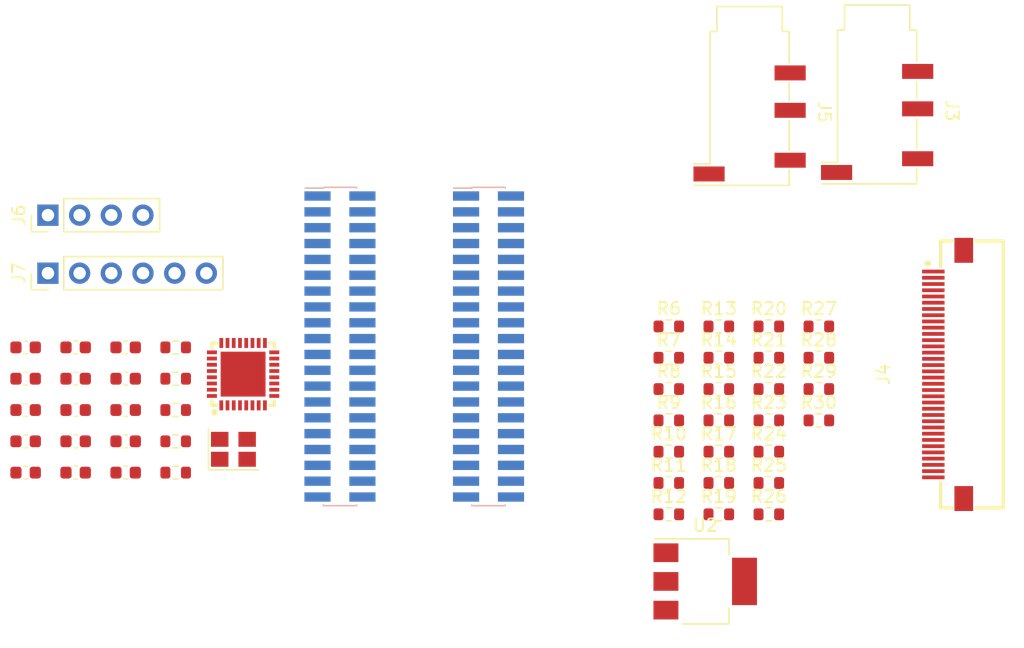
<source format=kicad_pcb>
(kicad_pcb (version 20221018) (generator pcbnew)
  (layers (0 "F.Cu" signal) (31 "B.Cu" signal) (34 "B.Paste" user) (35 "F.Paste" user) (36 "B.SilkS" user "B.Silkscreen") (37 "F.SilkS" user "F.Silkscreen") (38 "B.Mask" user) (39 "F.Mask" user) (44 "Edge.Cuts" user))
  (net 0 "")
  (net 1 "Net-(U1-VREFN)")
  (net 2 "Net-(U1-VREFP)")
  (net 3 "Net-(U1-XTAL1)")
  (net 4 "GND")
  (net 5 "Net-(U1-XTAL)")
  (net 6 "/AIN1")
  (net 7 "Net-(C4-Pad2)")
  (net 8 "/AIN2")
  (net 9 "Net-(C5-Pad2)")
  (net 10 "+1V8")
  (net 11 "Net-(U1-ELPF)")
  (net 12 "Net-(C7-Pad2)")
  (net 13 "+3V3")
  (net 14 "+5V")
  (net 15 "/EXTCLK")
  (net 16 "/PIO1_14")
  (net 17 "/PIO1_15")
  (net 18 "/PIO1_46")
  (net 19 "/PIO1_16")
  (net 20 "/PIO1_45")
  (net 21 "/PIO1_17")
  (net 22 "/PIO1_44")
  (net 23 "/PIO1_18")
  (net 24 "/PIO1_43")
  (net 25 "/PIO1_19")
  (net 26 "/PIO1_42")
  (net 27 "/PIO1_20")
  (net 28 "/PIO1_41")
  (net 29 "/PIO1_21")
  (net 30 "/PIO1_40")
  (net 31 "/PIO1_22")
  (net 32 "/PIO1_39")
  (net 33 "/PIO1_23")
  (net 34 "/PIO1_38")
  (net 35 "/PIO1_24")
  (net 36 "/PIO1_37")
  (net 37 "/PIO1_25")
  (net 38 "/PIO1_36")
  (net 39 "/PIO1_26")
  (net 40 "/PIO1_35")
  (net 41 "/PIO1_27")
  (net 42 "/PIO1_34")
  (net 43 "/PIO1_28")
  (net 44 "/PIO1_33")
  (net 45 "/PIO1_29")
  (net 46 "/PIO1_32")
  (net 47 "/PIO1_30")
  (net 48 "/PIO1_31")
  (net 49 "/PIO0_00")
  (net 50 "/PIO0_01")
  (net 51 "/PIO0_32")
  (net 52 "/PIO0_02")
  (net 53 "/PIO0_31")
  (net 54 "/PIO0_03")
  (net 55 "/PIO0_30")
  (net 56 "/PIO0_04")
  (net 57 "/PIO0_29")
  (net 58 "/PIO0_05")
  (net 59 "/PIO0_28")
  (net 60 "/PIO0_06")
  (net 61 "/PIO0_27")
  (net 62 "/PIO0_07")
  (net 63 "/PIO0_26")
  (net 64 "/PIO0_08")
  (net 65 "/PIO0_25")
  (net 66 "/PIO0_09")
  (net 67 "/PIO0_24")
  (net 68 "/PIO0_10")
  (net 69 "/PIO0_23")
  (net 70 "/PIO0_11")
  (net 71 "/PIO0_22")
  (net 72 "/PIO0_12")
  (net 73 "/PIO0_21")
  (net 74 "/PIO0_13")
  (net 75 "/PIO0_20")
  (net 76 "/PIO0_14")
  (net 77 "/PIO0_19")
  (net 78 "/PIO0_15")
  (net 79 "/PIO0_18")
  (net 80 "/PIO0_16")
  (net 81 "/PIO0_17")
  (net 82 "/RED")
  (net 83 "/GREEN")
  (net 84 "/BLUE")
  (net 85 "/Hsync")
  (net 86 "/Vsync")
  (net 87 "/HS")
  (net 88 "/SFL")
  (net 95 "/LLC")
  (net 98 "/RST")
  (net 99 "/SDATA")
  (net 100 "/SCLK")
  (net 101 "/VS")
  (net 102 "/INTRQ")
  (net 103 "Net-(J3-PadT)")
  (net 104 "Net-(J5-PadT)")
  (net 107 "Net-(R14-Pad2)")
  (net 108 "Net-(R15-Pad2)")
  (net 109 "Net-(R16-Pad2)")
  (net 110 "Net-(R17-Pad2)")
  (net 111 "Net-(R10-Pad1)")
  (net 112 "Net-(R11-Pad1)")
  (net 113 "Net-(R12-Pad1)")
  (net 114 "Net-(R13-Pad1)")
  (net 115 "Net-(R14-Pad1)")
  (net 116 "Net-(R15-Pad1)")
  (net 117 "Net-(R16-Pad1)")
  (net 118 "Net-(R17-Pad1)")
  (net 119 "Net-(R18-Pad1)")
  (net 120 "Net-(R19-Pad1)")
  (net 121 "Net-(R20-Pad1)")
  (net 122 "Net-(R21-Pad1)")
  (net 123 "Net-(R29-Pad2)")
  (net 127 "/RGB_R7")
  (net 128 "/RGB_R6")
  (net 129 "/RGB_R5")
  (net 130 "/RGB_R4")
  (net 131 "/RGB_R3")
  (net 132 "/RGB_R2")
  (net 133 "/RGB_R1")
  (net 134 "/RGB_R0")
  (net 135 "/RGB_G7")
  (net 136 "/RGB_G6")
  (net 137 "/RGB_G5")
  (net 138 "/RGB_G4")
  (net 139 "/RGB_G3")
  (net 140 "/RGB_G2")
  (net 141 "/RGB_G1")
  (net 142 "/RGB_G0")
  (net 143 "/RGB_B7")
  (net 144 "/RGB_B6")
  (net 145 "/RGB_B5")
  (net 146 "/RGB_B4")
  (net 147 "/RGB_B3")
  (net 148 "/RGB_B2")
  (net 149 "/RGB_B1")
  (net 150 "/RGB_B0")
  (net 151 "/RGB_VSYNC")
  (net 152 "/RGB_EN")
  (net 153 "/RGB_HSYNC")
  (net 154 "/RGB_CLK")
  (footprint "Crystal:Crystal_SMD_Abracon_ABM8AIG-4Pin_3.2x2.5mm" (layer "F.Cu") (at 65.86 81.61)
    (fp_text reference "Y1" hide)
    (fp_text value "28.63636MHz")
    (pad "1" smd rect (at -1.1 0.8) (size 1.4 1.2) (layers "F.Cu" "F.Paste" "F.Mask") (net 3 "Net-(U1-XTAL1)"))
    (pad "2" smd rect (at 1.1 0.8) (size 1.4 1.2) (layers "F.Cu" "F.Paste" "F.Mask") (net 4 "GND"))
    (pad "3" smd rect (at 1.1 -0.8) (size 1.4 1.2) (layers "F.Cu" "F.Paste" "F.Mask") (net 5 "Net-(U1-XTAL)"))
    (pad "4" smd rect (at -1.1 -0.8) (size 1.4 1.2) (layers "F.Cu" "F.Paste" "F.Mask") (net 4 "GND"))
  )
  (footprint "Capacitor_SMD:C_0603_1608Metric" (layer "F.Cu") (at 53.21 80.97)
    (fp_text reference "C9" hide)
    (fp_text value "10nf")
    (pad "1" smd roundrect (at -0.775 0) (size 0.9 0.95) (layers "F.Cu" "F.Paste" "F.Mask") (net 13 "+3V3"))
    (pad "2" smd roundrect (at 0.775 0) (size 0.9 0.95) (layers "F.Cu" "F.Paste" "F.Mask") (net 4 "GND"))
  )
  (footprint "Resistor_SMD:R_0603_1608Metric" (layer "F.Cu") (at 112.7924 71.762)
    (fp_text reference "R27" (at 0 -1.43) (layer "F.SilkS"))
    (fp_text value "470")
    (pad "1" smd roundrect (at -0.825 0) (size 0.8 0.95) (layers "F.Cu" "F.Paste" "F.Mask") (net 121 "Net-(R20-Pad1)"))
    (pad "2" smd roundrect (at 0.825 0) (size 0.8 0.95) (layers "F.Cu" "F.Paste" "F.Mask") (net 120 "Net-(R19-Pad1)"))
  )
  (footprint "Resistor_SMD:R_0603_1608Metric" (layer "F.Cu") (at 112.7924 74.272)
    (fp_text reference "R28" (at 0 -1.43) (layer "F.SilkS"))
    (fp_text value "470")
    (pad "1" smd roundrect (at -0.825 0) (size 0.8 0.95) (layers "F.Cu" "F.Paste" "F.Mask") (net 122 "Net-(R21-Pad1)"))
    (pad "2" smd roundrect (at 0.825 0) (size 0.8 0.95) (layers "F.Cu" "F.Paste" "F.Mask") (net 121 "Net-(R20-Pad1)"))
  )
  (footprint "Resistor_SMD:R_0603_1608Metric" (layer "F.Cu") (at 100.7624 79.292)
    (fp_text reference "R9" (at 0 -1.43) (layer "F.SilkS"))
    (fp_text value "470")
    (pad "1" smd roundrect (at -0.825 0) (size 0.8 0.95) (layers "F.Cu" "F.Paste" "F.Mask") (net 110 "Net-(R17-Pad2)"))
    (pad "2" smd roundrect (at 0.825 0) (size 0.8 0.95) (layers "F.Cu" "F.Paste" "F.Mask") (net 54 "/PIO0_03"))
  )
  (footprint "Resistor_SMD:R_0603_1608Metric" (layer "F.Cu") (at 112.7924 79.292)
    (fp_text reference "R30" (at 0 -1.43) (layer "F.SilkS"))
    (fp_text value "470")
    (pad "1" smd roundrect (at -0.825 0) (size 0.8 0.95) (layers "F.Cu" "F.Paste" "F.Mask") (net 123 "Net-(R29-Pad2)"))
    (pad "2" smd roundrect (at 0.825 0) (size 0.8 0.95) (layers "F.Cu" "F.Paste" "F.Mask") (net 4 "GND"))
  )
  (footprint "Capacitor_SMD:C_0603_1608Metric" (layer "F.Cu") (at 53.21 83.48)
    (fp_text reference "C10" hide)
    (fp_text value "0.1uf")
    (pad "1" smd roundrect (at -0.775 0) (size 0.9 0.95) (layers "F.Cu" "F.Paste" "F.Mask") (net 10 "+1V8"))
    (pad "2" smd roundrect (at 0.775 0) (size 0.9 0.95) (layers "F.Cu" "F.Paste" "F.Mask") (net 4 "GND"))
  )
  (footprint "Resistor_SMD:R_0603_1608Metric" (layer "F.Cu") (at 100.7624 74.272)
    (fp_text reference "R7" (at 0 -1.43) (layer "F.SilkS"))
    (fp_text value "470")
    (pad "1" smd roundrect (at -0.825 0) (size 0.8 0.95) (layers "F.Cu" "F.Paste" "F.Mask") (net 108 "Net-(R15-Pad2)"))
    (pad "2" smd roundrect (at 0.825 0) (size 0.8 0.95) (layers "F.Cu" "F.Paste" "F.Mask") (net 50 "/PIO0_01"))
  )
  (footprint "Capacitor_SMD:C_0603_1608Metric" (layer "F.Cu") (at 57.22 80.97)
    (fp_text reference "C14" hide)
    (fp_text value "0.1uf")
    (pad "1" smd roundrect (at -0.775 0) (size 0.9 0.95) (layers "F.Cu" "F.Paste" "F.Mask") (net 10 "+1V8"))
    (pad "2" smd roundrect (at 0.775 0) (size 0.9 0.95) (layers "F.Cu" "F.Paste" "F.Mask") (net 4 "GND"))
  )
  (footprint "Resistor_SMD:R_0603_1608Metric" (layer "F.Cu") (at 61.23 80.97)
    (fp_text reference "R4" hide)
    (fp_text value "39")
    (pad "1" smd roundrect (at -0.825 0) (size 0.8 0.95) (layers "F.Cu" "F.Paste" "F.Mask") (net 9 "Net-(C5-Pad2)"))
    (pad "2" smd roundrect (at 0.825 0) (size 0.8 0.95) (layers "F.Cu" "F.Paste" "F.Mask") (net 4 "GND"))
  )
  (footprint "Resistor_SMD:R_0603_1608Metric" (layer "F.Cu") (at 61.23 73.44)
    (fp_text reference "R1" hide)
    (fp_text value "39")
    (pad "1" smd roundrect (at -0.825 0) (size 0.8 0.95) (layers "F.Cu" "F.Paste" "F.Mask") (net 7 "Net-(C4-Pad2)"))
    (pad "2" smd roundrect (at 0.825 0) (size 0.8 0.95) (layers "F.Cu" "F.Paste" "F.Mask") (net 4 "GND"))
  )
  (footprint "Resistor_SMD:R_0603_1608Metric" (layer "F.Cu") (at 61.23 78.46)
    (fp_text reference "R3" hide)
    (fp_text value "36")
    (pad "1" smd roundrect (at -0.825 0) (size 0.8 0.95) (layers "F.Cu" "F.Paste" "F.Mask") (net 104 "Net-(J5-PadT)"))
    (pad "2" smd roundrect (at 0.825 0) (size 0.8 0.95) (layers "F.Cu" "F.Paste" "F.Mask") (net 9 "Net-(C5-Pad2)"))
  )
  (footprint "Connector_Audio:Jack_3.5mm_KoreanHropartsElec_PJ-320D-4A_Horizontal" (layer "F.Cu") (at 117.465 54.465 -90)
    (fp_text reference "J3" (at 0 -6 -90 unlocked) (layer "F.SilkS"))
    (fp_text value "AudioJack3_Ground")
    (pad "" np_thru_hole circle (at -4.75 0 270) (size 1.6 1.6) (drill 1.6) (layers "F&B.Cu" "*.Mask"))
    (pad "" np_thru_hole circle (at 2.25 0 270) (size 1.6 1.6) (drill 1.6) (layers "F&B.Cu" "*.Mask"))
    (pad "R1" smd rect (at -0.15 -3.25 270) (size 1.2 2.5) (layers "F.Cu" "F.Paste" "F.Mask"))
    (pad "R2" smd rect (at -3.15 -3.25 270) (size 1.2 2.5) (layers "F.Cu" "F.Paste" "F.Mask"))
    (pad "S" smd rect (at 4.95 3.25 270) (size 1.2 2.5) (layers "F.Cu" "F.Paste" "F.Mask"))
    (pad "T" smd rect (at 3.85 -3.25 270) (size 1.2 2.5) (layers "F.Cu" "F.Paste" "F.Mask") (net 103 "Net-(J3-PadT)"))
  )
  (footprint "Capacitor_SMD:C_0603_1608Metric" (layer "F.Cu") (at 57.22 78.46)
    (fp_text reference "C13" hide)
    (fp_text value "10nf")
    (pad "1" smd roundrect (at -0.775 0) (size 0.9 0.95) (layers "F.Cu" "F.Paste" "F.Mask") (net 10 "+1V8"))
    (pad "2" smd roundrect (at 0.775 0) (size 0.9 0.95) (layers "F.Cu" "F.Paste" "F.Mask") (net 4 "GND"))
  )
  (footprint "Capacitor_SMD:C_0603_1608Metric" (layer "F.Cu") (at 49.2 75.95)
    (fp_text reference "C2" hide)
    (fp_text value "47pf")
    (pad "1" smd roundrect (at -0.775 0) (size 0.9 0.95) (layers "F.Cu" "F.Paste" "F.Mask") (net 3 "Net-(U1-XTAL1)"))
    (pad "2" smd roundrect (at 0.775 0) (size 0.9 0.95) (layers "F.Cu" "F.Paste" "F.Mask") (net 4 "GND"))
  )
  (footprint "C459884:LFCSP-32_L5.0-W5.0-P0.50-BL-EP3.6" (layer "F.Cu") (at 66.635 75.585)
    (fp_text reference "U1" hide)
    (fp_text value "ADV7180BCP32Z-RL")
    (pad "1" smd rect (at -1.75 2.5 90) (size 0.8 0.3) (layers "F.Cu" "F.Paste" "F.Mask") (net 87 "/HS"))
    (pad "2" smd rect (at -1.25 2.5 90) (size 0.8 0.3) (layers "F.Cu" "F.Paste" "F.Mask") (net 4 "GND"))
    (pad "3" smd rect (at -0.75 2.5 90) (size 0.8 0.3) (layers "F.Cu" "F.Paste" "F.Mask") (net 13 "+3V3"))
    (pad "4" smd rect (at -0.25 2.5 90) (size 0.8 0.3) (layers "F.Cu" "F.Paste" "F.Mask") (net 88 "/SFL"))
    (pad "5" smd rect (at 0.25 2.5 90) (size 0.8 0.3) (layers "F.Cu" "F.Paste" "F.Mask"))
    (pad "6" smd rect (at 0.75 2.5 90) (size 0.8 0.3) (layers "F.Cu" "F.Paste" "F.Mask"))
    (pad "7" smd rect (at 1.25 2.5 90) (size 0.8 0.3) (layers "F.Cu" "F.Paste" "F.Mask"))
    (pad "8" smd rect (at 1.75 2.5 90) (size 0.8 0.3) (layers "F.Cu" "F.Paste" "F.Mask"))
    (pad "9" smd rect (at 2.5 1.75 180) (size 0.8 0.3) (layers "F.Cu" "F.Paste" "F.Mask"))
    (pad "10" smd rect (at 2.5 1.25 180) (size 0.8 0.3) (layers "F.Cu" "F.Paste" "F.Mask"))
    (pad "11" smd rect (at 2.5 0.75 180) (size 0.8 0.3) (layers "F.Cu" "F.Paste" "F.Mask") (net 95 "/LLC"))
    (pad "12" smd rect (at 2.5 0.25 180) (size 0.8 0.3) (layers "F.Cu" "F.Paste" "F.Mask") (net 3 "Net-(U1-XTAL1)"))
    (pad "13" smd rect (at 2.5 -0.25 180) (size 0.8 0.3) (layers "F.Cu" "F.Paste" "F.Mask") (net 5 "Net-(U1-XTAL)"))
    (pad "14" smd rect (at 2.5 -0.75 180) (size 0.8 0.3) (layers "F.Cu" "F.Paste" "F.Mask") (net 10 "+1V8"))
    (pad "15" smd rect (at 2.5 -1.25 180) (size 0.8 0.3) (layers "F.Cu" "F.Paste" "F.Mask"))
    (pad "16" smd rect (at 2.5 -1.75 180) (size 0.8 0.3) (layers "F.Cu" "F.Paste" "F.Mask"))
    (pad "17" smd rect (at 1.75 -2.5 270) (size 0.8 0.3) (layers "F.Cu" "F.Paste" "F.Mask") (net 11 "Net-(U1-ELPF)"))
    (pad "18" smd rect (at 1.25 -2.5 270) (size 0.8 0.3) (layers "F.Cu" "F.Paste" "F.Mask") (net 10 "+1V8"))
    (pad "19" smd rect (at 0.75 -2.5 270) (size 0.8 0.3) (layers "F.Cu" "F.Paste" "F.Mask"))
    (pad "20" smd rect (at 0.25 -2.5 270) (size 0.8 0.3) (layers "F.Cu" "F.Paste" "F.Mask") (net 2 "Net-(U1-VREFP)"))
    (pad "21" smd rect (at -0.25 -2.5 270) (size 0.8 0.3) (layers "F.Cu" "F.Paste" "F.Mask") (net 1 "Net-(U1-VREFN)"))
    (pad "22" smd rect (at -0.75 -2.5 270) (size 0.8 0.3) (layers "F.Cu" "F.Paste" "F.Mask") (net 10 "+1V8"))
    (pad "23" smd rect (at -1.25 -2.5 270) (size 0.8 0.3) (layers "F.Cu" "F.Paste" "F.Mask") (net 6 "/AIN1"))
    (pad "24" smd rect (at -1.75 -2.5 270) (size 0.8 0.3) (layers "F.Cu" "F.Paste" "F.Mask"))
    (pad "25" smd rect (at -2.5 -1.75) (size 0.8 0.3) (layers "F.Cu" "F.Paste" "F.Mask") (net 98 "/RST"))
    (pad "26" smd rect (at -2.5 -1.25) (size 0.8 0.3) (layers "F.Cu" "F.Paste" "F.Mask") (net 4 "GND"))
    (pad "27" smd rect (at -2.5 -0.75) (size 0.8 0.3) (layers "F.Cu" "F.Paste" "F.Mask") (net 99 "/SDATA"))
    (pad "28" smd rect (at -2.5 -0.25) (size 0.8 0.3) (layers "F.Cu" "F.Paste" "F.Mask") (net 100 "/SCLK"))
    (pad "29" smd rect (at -2.5 0.25) (size 0.8 0.3) (layers "F.Cu" "F.Paste" "F.Mask") (net 8 "/AIN2"))
    (pad "30" smd rect (at -2.5 0.75) (size 0.8 0.3) (layers "F.Cu" "F.Paste" "F.Mask") (net 10 "+1V8"))
    (pad "31" smd rect (at -2.5 1.25) (size 0.8 0.3) (layers "F.Cu" "F.Paste" "F.Mask") (net 101 "/VS"))
    (pad "32" smd rect (at -2.5 1.75) (size 0.8 0.3) (layers "F.Cu" "F.Paste" "F.Mask") (net 102 "/INTRQ"))
    (pad "33" smd rect (at 0 0 90) (size 3.6 3.6) (layers "F.Cu" "F.Paste" "F.Mask") (net 4 "GND"))
  )
  (footprint "Resistor_SMD:R_0603_1608Metric" (layer "F.Cu") (at 108.7824 86.822)
    (fp_text reference "R26" (at 0 -1.43) (layer "F.SilkS"))
    (fp_text value "470")
    (pad "1" smd roundrect (at -0.825 0) (size 0.8 0.95) (layers "F.Cu" "F.Paste" "F.Mask") (net 120 "Net-(R19-Pad1)"))
    (pad "2" smd roundrect (at 0.825 0) (size 0.8 0.95) (layers "F.Cu" "F.Paste" "F.Mask") (net 119 "Net-(R18-Pad1)"))
  )
  (footprint "Resistor_SMD:R_0603_1608Metric" (layer "F.Cu") (at 100.7624 71.762)
    (fp_text reference "R6" (at 0 -1.43) (layer "F.SilkS"))
    (fp_text value "470")
    (pad "1" smd roundrect (at -0.825 0) (size 0.8 0.95) (layers "F.Cu" "F.Paste" "F.Mask") (net 107 "Net-(R14-Pad2)"))
    (pad "2" smd roundrect (at 0.825 0) (size 0.8 0.95) (layers "F.Cu" "F.Paste" "F.Mask") (net 49 "/PIO0_00"))
  )
  (footprint "Resistor_SMD:R_0603_1608Metric" (layer "F.Cu") (at 108.7824 74.272)
    (fp_text reference "R21" (at 0 -1.43) (layer "F.SilkS"))
    (fp_text value "470")
    (pad "1" smd roundrect (at -0.825 0) (size 0.8 0.95) (layers "F.Cu" "F.Paste" "F.Mask") (net 122 "Net-(R21-Pad1)"))
    (pad "2" smd roundrect (at 0.825 0) (size 0.8 0.95) (layers "F.Cu" "F.Paste" "F.Mask") (net 114 "Net-(R13-Pad1)"))
  )
  (footprint "Resistor_SMD:R_0603_1608Metric" (layer "F.Cu") (at 108.7824 71.762)
    (fp_text reference "R20" (at 0 -1.43) (layer "F.SilkS"))
    (fp_text value "470")
    (pad "1" smd roundrect (at -0.825 0) (size 0.8 0.95) (layers "F.Cu" "F.Paste" "F.Mask") (net 121 "Net-(R20-Pad1)"))
    (pad "2" smd roundrect (at 0.825 0) (size 0.8 0.95) (layers "F.Cu" "F.Paste" "F.Mask") (net 113 "Net-(R12-Pad1)"))
  )
  (footprint "Resistor_SMD:R_0603_1608Metric" (layer "F.Cu") (at 104.7724 86.822)
    (fp_text reference "R19" (at 0 -1.43) (layer "F.SilkS"))
    (fp_text value "470")
    (pad "1" smd roundrect (at -0.825 0) (size 0.8 0.95) (layers "F.Cu" "F.Paste" "F.Mask") (net 120 "Net-(R19-Pad1)"))
    (pad "2" smd roundrect (at 0.825 0) (size 0.8 0.95) (layers "F.Cu" "F.Paste" "F.Mask") (net 112 "Net-(R11-Pad1)"))
  )
  (footprint "Resistor_SMD:R_0603_1608Metric" (layer "F.Cu") (at 104.7724 76.782)
    (fp_text reference "R15" (at 0 -1.43) (layer "F.SilkS"))
    (fp_text value "470")
    (pad "1" smd roundrect (at -0.825 0) (size 0.8 0.95) (layers "F.Cu" "F.Paste" "F.Mask") (net 116 "Net-(R15-Pad1)"))
    (pad "2" smd roundrect (at 0.825 0) (size 0.8 0.95) (layers "F.Cu" "F.Paste" "F.Mask") (net 108 "Net-(R15-Pad2)"))
  )
  (footprint "Connector_PinHeader_2.54mm:PinHeader_1x04_P2.54mm_Vertical" (layer "F.Cu") (at 50.989999 62.84 90)
    (fp_text reference "J6" (at 0 -2.33 90) (layer "F.SilkS"))
    (fp_text value "Conn_01x04")
    (pad "1" thru_hole rect (at 0 0 90) (size 1.7 1.7) (drill 1) (layers "*.Cu" "*.Mask") (net 100 "/SCLK"))
    (pad "2" thru_hole oval (at 0 2.54 90) (size 1.7 1.7) (drill 1) (layers "*.Cu" "*.Mask") (net 99 "/SDATA"))
    (pad "3" thru_hole oval (at 0 5.08 90) (size 1.7 1.7) (drill 1) (layers "*.Cu" "*.Mask") (net 98 "/RST"))
    (pad "4" thru_hole oval (at 0 7.62 90) (size 1.7 1.7) (drill 1) (layers "*.Cu" "*.Mask") (net 4 "GND"))
  )
  (footprint "Resistor_SMD:R_0603_1608Metric" (layer "F.Cu") (at 104.7724 84.312)
    (fp_text reference "R18" (at 0 -1.43) (layer "F.SilkS"))
    (fp_text value "470")
    (pad "1" smd roundrect (at -0.825 0) (size 0.8 0.95) (layers "F.Cu" "F.Paste" "F.Mask") (net 119 "Net-(R18-Pad1)"))
    (pad "2" smd roundrect (at 0.825 0) (size 0.8 0.95) (layers "F.Cu" "F.Paste" "F.Mask") (net 111 "Net-(R10-Pad1)"))
  )
  (footprint "Package_TO_SOT_SMD:SOT-223-3_TabPin2" (layer "F.Cu") (at 103.6824 92.202)
    (fp_text reference "U2" (at 0 -4.5) (layer "F.SilkS"))
    (fp_text value "AMS1117-1.8")
    (pad "1" smd rect (at -3.15 -2.3) (size 2 1.5) (layers "F.Cu" "F.Paste" "F.Mask"))
    (pad "2" smd rect (at -3.15 0) (size 2 1.5) (layers "F.Cu" "F.Paste" "F.Mask"))
    (pad "2" smd rect (at 3.15 0) (size 2 3.8) (layers "F.Cu" "F.Paste" "F.Mask"))
    (pad "3" smd rect (at -3.15 2.3) (size 2 1.5) (layers "F.Cu" "F.Paste" "F.Mask"))
  )
  (footprint "Resistor_SMD:R_0603_1608Metric" (layer "F.Cu") (at 100.7624 81.802)
    (fp_text reference "R10" (at 0 -1.43) (layer "F.SilkS"))
    (fp_text value "470")
    (pad "1" smd roundrect (at -0.825 0) (size 0.8 0.95) (layers "F.Cu" "F.Paste" "F.Mask") (net 111 "Net-(R10-Pad1)"))
    (pad "2" smd roundrect (at 0.825 0) (size 0.8 0.95) (layers "F.Cu" "F.Paste" "F.Mask") (net 56 "/PIO0_04"))
  )
  (footprint "Capacitor_SMD:C_0603_1608Metric" (layer "F.Cu") (at 49.2 73.44)
    (fp_text reference "C1" hide)
    (fp_text value "0.1uf")
    (pad "1" smd roundrect (at -0.775 0) (size 0.9 0.95) (layers "F.Cu" "F.Paste" "F.Mask") (net 1 "Net-(U1-VREFN)"))
    (pad "2" smd roundrect (at 0.775 0) (size 0.9 0.95) (layers "F.Cu" "F.Paste" "F.Mask") (net 2 "Net-(U1-VREFP)"))
  )
  (footprint "Resistor_SMD:R_0603_1608Metric" (layer "F.Cu") (at 104.7724 71.762)
    (fp_text reference "R13" (at 0 -1.43) (layer "F.SilkS"))
    (fp_text value "470")
    (pad "1" smd roundrect (at -0.825 0) (size 0.8 0.95) (layers "F.Cu" "F.Paste" "F.Mask") (net 114 "Net-(R13-Pad1)"))
    (pad "2" smd roundrect (at 0.825 0) (size 0.8 0.95) (layers "F.Cu" "F.Paste" "F.Mask") (net 62 "/PIO0_07"))
  )
  (footprint "Capacitor_SMD:C_0603_1608Metric" (layer "F.Cu") (at 49.2 78.46)
    (fp_text reference "C3" hide)
    (fp_text value "47pf")
    (pad "1" smd roundrect (at -0.775 0) (size 0.9 0.95) (layers "F.Cu" "F.Paste" "F.Mask") (net 5 "Net-(U1-XTAL)"))
    (pad "2" smd roundrect (at 0.775 0) (size 0.9 0.95) (layers "F.Cu" "F.Paste" "F.Mask") (net 4 "GND"))
  )
  (footprint "Resistor_SMD:R_0603_1608Metric" (layer "F.Cu") (at 100.7624 76.782)
    (fp_text reference "R8" (at 0 -1.43) (layer "F.SilkS"))
    (fp_text value "470")
    (pad "1" smd roundrect (at -0.825 0) (size 0.8 0.95) (layers "F.Cu" "F.Paste" "F.Mask") (net 109 "Net-(R16-Pad2)"))
    (pad "2" smd roundrect (at 0.825 0) (size 0.8 0.95) (layers "F.Cu" "F.Paste" "F.Mask") (net 52 "/PIO0_02"))
  )
  (footprint "Resistor_SMD:R_0603_1608Metric" (layer "F.Cu") (at 108.7824 76.782)
    (fp_text reference "R22" (at 0 -1.43) (layer "F.SilkS"))
    (fp_text value "470")
    (pad "1" smd roundrect (at -0.825 0) (size 0.8 0.95) (layers "F.Cu" "F.Paste" "F.Mask") (net 116 "Net-(R15-Pad1)"))
    (pad "2" smd roundrect (at 0.825 0) (size 0.8 0.95) (layers "F.Cu" "F.Paste" "F.Mask") (net 115 "Net-(R14-Pad1)"))
  )
  (footprint "Resistor_SMD:R_0603_1608Metric" (layer "F.Cu") (at 61.23 75.95)
    (fp_text reference "R2" hide)
    (fp_text value "36")
    (pad "1" smd roundrect (at -0.825 0) (size 0.8 0.95) (layers "F.Cu" "F.Paste" "F.Mask") (net 103 "Net-(J3-PadT)"))
    (pad "2" smd roundrect (at 0.825 0) (size 0.8 0.95) (layers "F.Cu" "F.Paste" "F.Mask") (net 7 "Net-(C4-Pad2)"))
  )
  (footprint "Connector_Audio:Jack_3.5mm_KoreanHropartsElec_PJ-320D-4A_Horizontal" (layer "F.Cu") (at 107.24 54.584999 -90)
    (fp_text reference "J5" (at 0 -6 -90 unlocked) (layer "F.SilkS"))
    (fp_text value "AudioJack3_Ground")
    (pad "" np_thru_hole circle (at -4.75 0 270) (size 1.6 1.6) (drill 1.6) (layers "F&B.Cu" "*.Mask"))
    (pad "" np_thru_hole circle (at 2.25 0 270) (size 1.6 1.6) (drill 1.6) (layers "F&B.Cu" "*.Mask"))
    (pad "R1" smd rect (at -0.15 -3.25 270) (size 1.2 2.5) (layers "F.Cu" "F.Paste" "F.Mask"))
    (pad "R2" smd rect (at -3.15 -3.25 270) (size 1.2 2.5) (layers "F.Cu" "F.Paste" "F.Mask"))
    (pad "S" smd rect (at 4.95 3.25 270) (size 1.2 2.5) (layers "F.Cu" "F.Paste" "F.Mask"))
    (pad "T" smd rect (at 3.85 -3.25 270) (size 1.2 2.5) (layers "F.Cu" "F.Paste" "F.Mask") (net 104 "Net-(J5-PadT)"))
  )
  (footprint "Resistor_SMD:R_0603_1608Metric" (layer "F.Cu") (at 108.7824 84.312)
    (fp_text reference "R25" (at 0 -1.43) (layer "F.SilkS"))
    (fp_text value "470")
    (pad "1" smd roundrect (at -0.825 0) (size 0.8 0.95) (layers "F.Cu" "F.Paste" "F.Mask") (net 119 "Net-(R18-Pad1)"))
    (pad "2" smd roundrect (at 0.825 0) (size 0.8 0.95) (layers "F.Cu" "F.Paste" "F.Mask") (net 118 "Net-(R17-Pad1)"))
  )
  (footprint "C2797218:FPC-SMD_KH-FG0.5-H2.0-34PIN" (layer "F.Cu") (at 123.1892 75.609 90)
    (fp_text reference "J4" (at 0 -5.22 90) (layer "F.SilkS"))
    (fp_text value "Conn_01x34")
    (pad "1" smd rect (at 8.25 -1.22 270) (size 0.3 1.8) (layers "F.Cu" "F.Paste" "F.Mask") (net 4 "GND"))
    (pad "2" smd rect (at 7.75 -1.22 270) (size 0.3 1.8) (layers "F.Cu" "F.Paste" "F.Mask") (net 154 "/RGB_CLK"))
    (pad "3" smd rect (at 7.25 -1.22 270) (size 0.3 1.8) (layers "F.Cu" "F.Paste" "F.Mask") (net 153 "/RGB_HSYNC"))
    (pad "4" smd rect (at 6.75 -1.22 270) (size 0.3 1.8) (layers "F.Cu" "F.Paste" "F.Mask") (net 152 "/RGB_EN"))
    (pad "5" smd rect (at 6.25 -1.22 270) (size 0.3 1.8) (layers "F.Cu" "F.Paste" "F.Mask") (net 151 "/RGB_VSYNC"))
    (pad "6" smd rect (at 5.75 -1.22 270) (size 0.3 1.8) (layers "F.Cu" "F.Paste" "F.Mask") (net 150 "/RGB_B0"))
    (pad "7" smd rect (at 5.25 -1.22 270) (size 0.3 1.8) (layers "F.Cu" "F.Paste" "F.Mask") (net 149 "/RGB_B1"))
    (pad "8" smd rect (at 4.75 -1.22 270) (size 0.3 1.8) (layers "F.Cu" "F.Paste" "F.Mask") (net 148 "/RGB_B2"))
    (pad "9" smd rect (at 4.25 -1.22 270) (size 0.3 1.8) (layers "F.Cu" "F.Paste" "F.Mask") (net 147 "/RGB_B3"))
    (pad "10" smd rect (at 3.75 -1.22 270) (size 0.3 1.8) (layers "F.Cu" "F.Paste" "F.Mask") (net 146 "/RGB_B4"))
    (pad "11" smd rect (at 3.25 -1.22 270) (size 0.3 1.8) (layers "F.Cu" "F.Paste" "F.Mask") (net 145 "/RGB_B5"))
    (pad "12" smd rect (at 2.75 -1.22 270) (size 0.3 1.8) (layers "F.Cu" "F.Paste" "F.Mask") (net 144 "/RGB_B6"))
    (pad "13" smd rect (at 2.25 -1.22 270) (size 0.3 1.8) (layers "F.Cu" "F.Paste" "F.Mask") (net 143 "/RGB_B7"))
    (pad "14" smd rect (at 1.75 -1.22 270) (size 0.3 1.8) (layers "F.Cu" "F.Paste" "F.Mask") (net 142 "/RGB_G0"))
    (pad "15" smd rect (at 1.25 -1.22 270) (size 0.3 1.8) (layers "F.Cu" "F.Paste" "F.Mask") (net 141 "/RGB_G1"))
    (pad "16" smd rect (at 0.75 -1.22 270) (size 0.3 1.8) (layers "F.Cu" "F.Paste" "F.Mask") (net 140 "/RGB_G2"))
    (pad "17" smd rect (at 0.25 -1.22 270) (size 0.3 1.8) (layers "F.Cu" "F.Paste" "F.Mask") (net 139 "/RGB_G3"))
    (pad "18" smd rect (at -0.25 -1.22 270) (size 0.3 1.8) (layers "F.Cu" "F.Paste" "F.Mask") (net 138 "/RGB_G4"))
    (pad "19" smd rect (at -0.75 -1.22 270) (size 0.3 1.8) (layers "F.Cu" "F.Paste" "F.Mask") (net 137 "/RGB_G5"))
    (pad "20" smd rect (at -1.25 -1.22 270) (size 0.3 1.8) (layers "F.Cu" "F.Paste" "F.Mask") (net 136 "/RGB_G6"))
    (pad "21" smd rect (at -1.75 -1.22 270) (size 0.3 1.8) (layers "F.Cu" "F.Paste" "F.Mask") (net 135 "/RGB_G7"))
    (pad "22" smd rect (at -2.25 -1.22 270) (size 0.3 1.8) (layers "F.Cu" "F.Paste" "F.Mask") (net 134 "/RGB_R0"))
    (pad "23" smd rect (at -2.75 -1.22 270) (size 0.3 1.8) (layers "F.Cu" "F.Paste" "F.Mask") (net 133 "/RGB_R1"))
    (pad "24" smd rect (at -3.25 -1.22 270) (size 0.3 1.8) (layers "F.Cu" "F.Paste" "F.Mask") (net 132 "/RGB_R2"))
    (pad "25" smd rect (at -3.75 -1.22 270) (size 0.3 1.8) (layers "F.Cu" "F.Paste" "F.Mask") (net 131 "/RGB_R3"))
    (pad "26" smd rect (at -4.25 -1.22 270) (size 0.3 1.8) (layers "F.Cu" "F.Paste" "F.Mask") (net 130 "/RGB_R4"))
    (pad "27" smd rect (at -4.75 -1.22 270) (size 0.3 1.8) (layers "F.Cu" "F.Paste" "F.Mask") (net 129 "/RGB_R5"))
    (pad "28" smd rect (at -5.25 -1.22 270) (size 0.3 1.8) (layers "F.Cu" "F.Paste" "F.Mask") (net 128 "/RGB_R6"))
    (pad "29" smd rect (at -5.75 -1.22 270) (size 0.3 1.8) (layers "F.Cu" "F.Paste" "F.Mask") (net 127 "/RGB_R7"))
    (pad "30" smd rect (at -6.25 -1.22 270) (size 0.3 1.8) (layers "F.Cu" "F.Paste" "F.Mask") (net 4 "GND"))
    (pad "31" smd rect (at -6.75 -1.22 270) (size 0.3 1.8) (layers "F.Cu" "F.Paste" "F.Mask") (net 14 "+5V"))
    (pad "32" smd rect (at -7.25 -1.22 270) (size 0.3 1.8) (layers "F.Cu" "F.Paste" "F.Mask") (net 14 "+5V"))
    (pad "33" smd rect (at -7.75 -1.22 270) (size 0.3 1.8) (layers "F.Cu" "F.Paste" "F.Mask") (net 14 "+5V"))
    (pad "34" smd rect (at -8.25 -1.22 270) (size 0.3 1.8) (layers "F.Cu" "F.Paste" "F.Mask") (net 14 "+5V"))
    (pad "35" smd rect (at -9.95 1.22 270) (size 2 1.5) (layers "F.Cu" "F.Paste" "F.Mask"))
    (pad "36" smd rect (at 9.95 1.22 270) (size 2 1.5) (layers "F.Cu" "F.Paste" "F.Mask"))
  )
  (footprint "Capacitor_SMD:C_0603_1608Metric" (layer "F.Cu") (at 53.21 73.44)
    (fp_text reference "C6" hide)
    (fp_text value "10nf")
    (pad "1" smd roundrect (at -0.775 0) (size 0.9 0.95) (layers "F.Cu" "F.Paste" "F.Mask") (net 10 "+1V8"))
    (pad "2" smd roundrect (at 0.775 0) (size 0.9 0.95) (layers "F.Cu" "F.Paste" "F.Mask") (net 11 "Net-(U1-ELPF)"))
  )
  (footprint "Resistor_SMD:R_0603_1608Metric" (layer "F.Cu") (at 100.7624 84.312)
    (fp_text reference "R11" (at 0 -1.43) (layer "F.SilkS"))
    (fp_text value "470")
    (pad "1" smd roundrect (at -0.825 0) (size 0.8 0.95) (layers "F.Cu" "F.Paste" "F.Mask") (net 112 "Net-(R11-Pad1)"))
    (pad "2" smd roundrect (at 0.825 0) (size 0.8 0.95) (layers "F.Cu" "F.Paste" "F.Mask") (net 58 "/PIO0_05"))
  )
  (footprint "Connector_PinHeader_2.54mm:PinHeader_1x06_P2.54mm_Vertical" (layer "F.Cu") (at 50.99 67.49 90)
    (fp_text reference "J7" (at 0 -2.33 90) (layer "F.SilkS"))
    (fp_text value "Conn_01x06")
    (pad "1" thru_hole rect (at 0 0 90) (size 1.7 1.7) (drill 1) (layers "*.Cu" "*.Mask") (net 84 "/BLUE"))
    (pad "2" thru_hole oval (at 0 2.54 90) (size 1.7 1.7) (drill 1) (layers "*.Cu" "*.Mask") (net 83 "/GREEN"))
    (pad "3" thru_hole oval (at 0 5.08 90) (size 1.7 1.7) (drill 1) (layers "*.Cu" "*.Mask") (net 82 "/RED"))
    (pad "4" thru_hole oval (at 0 7.62 90) (size 1.7 1.7) (drill 1) (layers "*.Cu" "*.Mask") (net 86 "/Vsync"))
    (pad "5" thru_hole oval (at 0 10.16 90) (size 1.7 1.7) (drill 1) (layers "*.Cu" "*.Mask") (net 85 "/Hsync"))
    (pad "6" thru_hole oval (at 0 12.7 90) (size 1.7 1.7) (drill 1) (layers "*.Cu" "*.Mask") (net 4 "GND"))
  )
  (footprint "Capacitor_SMD:C_0603_1608Metric" (layer "F.Cu") (at 49.2 80.97)
    (fp_text reference "C4" hide)
    (fp_text value "0.1uf")
    (pad "1" smd roundrect (at -0.775 0) (size 0.9 0.95) (layers "F.Cu" "F.Paste" "F.Mask") (net 6 "/AIN1"))
    (pad "2" smd roundrect (at 0.775 0) (size 0.9 0.95) (layers "F.Cu" "F.Paste" "F.Mask") (net 7 "Net-(C4-Pad2)"))
  )
  (footprint "Capacitor_SMD:C_0603_1608Metric" (layer "F.Cu") (at 49.2 83.48)
    (fp_text reference "C5" hide)
    (fp_text value "0.1uf")
    (pad "1" smd roundrect (at -0.775 0) (size 0.9 0.95) (layers "F.Cu" "F.Paste" "F.Mask") (net 8 "/AIN2"))
    (pad "2" smd roundrect (at 0.775 0) (size 0.9 0.95) (layers "F.Cu" "F.Paste" "F.Mask") (net 9 "Net-(C5-Pad2)"))
  )
  (footprint "Resistor_SMD:R_0603_1608Metric" (layer "F.Cu") (at 112.7924 76.782)
    (fp_text reference "R29" (at 0 -1.43) (layer "F.SilkS"))
    (fp_text value "470")
    (pad "1" smd roundrect (at -0.825 0) (size 0.8 0.95) (layers "F.Cu" "F.Paste" "F.Mask") (net 115 "Net-(R14-Pad1)"))
    (pad "2" smd roundrect (at 0.825 0) (size 0.8 0.95) (layers "F.Cu" "F.Paste" "F.Mask") (net 123 "Net-(R29-Pad2)"))
  )
  (footprint "Resistor_SMD:R_0603_1608Metric" (layer "F.Cu") (at 104.7724 74.272)
    (fp_text reference "R14" (at 0 -1.43) (layer "F.SilkS"))
    (fp_text value "470")
    (pad "1" smd roundrect (at -0.825 0) (size 0.8 0.95) (layers "F.Cu" "F.Paste" "F.Mask") (net 115 "Net-(R14-Pad1)"))
    (pad "2" smd roundrect (at 0.825 0) (size 0.8 0.95) (layers "F.Cu" "F.Paste" "F.Mask") (net 107 "Net-(R14-Pad2)"))
  )
  (footprint "Capacitor_SMD:C_0603_1608Metric" (layer "F.Cu") (at 57.22 83.48)
    (fp_text reference "C15" hide)
    (fp_text value "10nf")
    (pad "1" smd roundrect (at -0.775 0) (size 0.9 0.95) (layers "F.Cu" "F.Paste" "F.Mask") (net 10 "+1V8"))
    (pad "2" smd roundrect (at 0.775 0) (size 0.9 0.95) (layers "F.Cu" "F.Paste" "F.Mask") (net 4 "GND"))
  )
  (footprint "Capacitor_SMD:C_0603_1608Metric" (layer "F.Cu") (at 57.22 75.95)
    (fp_text reference "C12" hide)
    (fp_text value "0.1uf")
    (pad "1" smd roundrect (at -0.775 0) (size 0.9 0.95) (layers "F.Cu" "F.Paste" "F.Mask") (net 10 "+1V8"))
    (pad "2" smd roundrect (at 0.775 0) (size 0.9 0.95) (layers "F.Cu" "F.Paste" "F.Mask") (net 4 "GND"))
  )
  (footprint "Capacitor_SMD:C_0603_1608Metric" (layer "F.Cu") (at 57.22 73.44)
    (fp_text reference "C11" hide)
    (fp_text value "10nf")
    (pad "1" smd roundrect (at -0.775 0) (size 0.9 0.95) (layers "F.Cu" "F.Paste" "F.Mask") (net 10 "+1V8"))
    (pad "2" smd roundrect (at 0.775 0) (size 0.9 0.95) (layers "F.Cu" "F.Paste" "F.Mask") (net 4 "GND"))
  )
  (footprint "Capacitor_SMD:C_0603_1608Metric" (layer "F.Cu") (at 53.21 75.95)
    (fp_text reference "C7" hide)
    (fp_text value "82nf")
    (pad "1" smd roundrect (at -0.775 0) (size 0.9 0.95) (layers "F.Cu" "F.Paste" "F.Mask") (net 10 "+1V8"))
    (pad "2" smd roundrect (at 0.775 0) (size 0.9 0.95) (layers "F.Cu" "F.Paste" "F.Mask") (net 12 "Net-(C7-Pad2)"))
  )
  (footprint "Capacitor_SMD:C_0603_1608Metric" (layer "F.Cu") (at 53.21 78.46)
    (fp_text reference "C8" hide)
    (fp_text value "0.1uf")
    (pad "1" smd roundrect (at -0.775 0) (size 0.9 0.95) (layers "F.Cu" "F.Paste" "F.Mask") (net 13 "+3V3"))
    (pad "2" smd roundrect (at 0.775 0) (size 0.9 0.95) (layers "F.Cu" "F.Paste" "F.Mask") (net 4 "GND"))
  )
  (footprint "Resistor_SMD:R_0603_1608Metric" (layer "F.Cu") (at 100.7624 86.822)
    (fp_text reference "R12" (at 0 -1.43) (layer "F.SilkS"))
    (fp_text value "470")
    (pad "1" smd roundrect (at -0.825 0) (size 0.8 0.95) (layers "F.Cu" "F.Paste" "F.Mask") (net 113 "Net-(R12-Pad1)"))
    (pad "2" smd roundrect (at 0.825 0) (size 0.8 0.95) (layers "F.Cu" "F.Paste" "F.Mask") (net 60 "/PIO0_06"))
  )
  (footprint "Resistor_SMD:R_0603_1608Metric" (layer "F.Cu") (at 104.7724 79.292)
    (fp_text reference "R16" (at 0 -1.43) (layer "F.SilkS"))
    (fp_text value "470")
    (pad "1" smd roundrect (at -0.825 0) (size 0.8 0.95) (layers "F.Cu" "F.Paste" "F.Mask") (net 117 "Net-(R16-Pad1)"))
    (pad "2" smd roundrect (at 0.825 0) (size 0.8 0.95) (layers "F.Cu" "F.Paste" "F.Mask") (net 109 "Net-(R16-Pad2)"))
  )
  (footprint "Resistor_SMD:R_0603_1608Metric" (layer "F.Cu") (at 108.7824 81.802)
    (fp_text reference "R24" (at 0 -1.43) (layer "F.SilkS"))
    (fp_text value "470")
    (pad "1" smd roundrect (at -0.825 0) (size 0.8 0.95) (layers "F.Cu" "F.Paste" "F.Mask") (net 118 "Net-(R17-Pad1)"))
    (pad "2" smd roundrect (at 0.825 0) (size 0.8 0.95) (layers "F.Cu" "F.Paste" "F.Mask") (net 117 "Net-(R16-Pad1)"))
  )
  (footprint "Resistor_SMD:R_0603_1608Metric" (layer "F.Cu") (at 104.7724 81.802)
    (fp_text reference "R17" (at 0 -1.43) (layer "F.SilkS"))
    (fp_text value "470")
    (pad "1" smd roundrect (at -0.825 0) (size 0.8 0.95) (layers "F.Cu" "F.Paste" "F.Mask") (net 118 "Net-(R17-Pad1)"))
    (pad "2" smd roundrect (at 0.825 0) (size 0.8 0.95) (layers "F.Cu" "F.Paste" "F.Mask") (net 110 "Net-(R17-Pad2)"))
  )
  (footprint "Resistor_SMD:R_0603_1608Metric" (layer "F.Cu") (at 61.23 83.48)
    (fp_text reference "R5" hide)
    (fp_text value "1.69k")
    (pad "1" smd roundrect (at -0.825 0) (size 0.8 0.95) (layers "F.Cu" "F.Paste" "F.Mask") (net 11 "Net-(U1-ELPF)"))
    (pad "2" smd roundrect (at 0.825 0) (size 0.8 0.95) (layers "F.Cu" "F.Paste" "F.Mask") (net 12 "Net-(C7-Pad2)"))
  )
  (footprint "Resistor_SMD:R_0603_1608Metric" (layer "F.Cu") (at 108.7824 79.292)
    (fp_text reference "R23" (at 0 -1.43) (layer "F.SilkS"))
    (fp_text value "470")
    (pad "1" smd roundrect (at -0.825 0) (size 0.8 0.95) (layers "F.Cu" "F.Paste" "F.Mask") (net 117 "Net-(R16-Pad1)"))
    (pad "2" smd roundrect (at 0.825 0) (size 0.8 0.95) (layers "F.Cu" "F.Paste" "F.Mask") (net 116 "Net-(R15-Pad1)"))
  )
  (footprint "Connector_PinSocket_1.27mm:PinSocket_2x20_P1.27mm_Vertical_SMD" (layer "B.Cu") (at 86.31 73.37 180)
    (fp_text reference "J2" hide)
    (fp_text value "EXT1")
    (pad "1" smd rect (at 1.8 12.065 180) (size 2.1 0.75) (layers "B.Cu" "B.Paste" "B.Mask") (net 14 "+5V"))
    (pad "2" smd rect (at -1.8 12.065 180) (size 2.1 0.75) (layers "B.Cu" "B.Paste" "B.Mask") (net 4 "GND"))
    (pad "3" smd rect (at 1.8 10.795 180) (size 2.1 0.75) (layers "B.Cu" "B.Paste" "B.Mask") (net 13 "+3V3"))
    (pad "4" smd rect (at -1.8 10.795 180) (size 2.1 0.75) (layers "B.Cu" "B.Paste" "B.Mask") (net 4 "GND"))
    (pad "5" smd rect (at 1.8 9.525 180) (size 2.1 0.75) (layers "B.Cu" "B.Paste" "B.Mask") (net 13 "+3V3"))
    (pad "6" smd rect (at -1.8 9.525 180) (size 2.1 0.75) (layers "B.Cu" "B.Paste" "B.Mask") (net 15 "/EXTCLK"))
    (pad "7" smd rect (at 1.8 8.255 180) (size 2.1 0.75) (layers "B.Cu" "B.Paste" "B.Mask") (net 49 "/PIO0_00"))
    (pad "8" smd rect (at -1.8 8.255 180) (size 2.1 0.75) (layers "B.Cu" "B.Paste" "B.Mask") (net 4 "GND"))
    (pad "9" smd rect (at 1.8 6.985 180) (size 2.1 0.75) (layers "B.Cu" "B.Paste" "B.Mask") (net 50 "/PIO0_01"))
    (pad "10" smd rect (at -1.8 6.985 180) (size 2.1 0.75) (layers "B.Cu" "B.Paste" "B.Mask") (net 51 "/PIO0_32"))
    (pad "11" smd rect (at 1.8 5.715 180) (size 2.1 0.75) (layers "B.Cu" "B.Paste" "B.Mask") (net 52 "/PIO0_02"))
    (pad "12" smd rect (at -1.8 5.715 180) (size 2.1 0.75) (layers "B.Cu" "B.Paste" "B.Mask") (net 53 "/PIO0_31"))
    (pad "13" smd rect (at 1.8 4.445 180) (size 2.1 0.75) (layers "B.Cu" "B.Paste" "B.Mask") (net 54 "/PIO0_03"))
    (pad "14" smd rect (at -1.8 4.445 180) (size 2.1 0.75) (layers "B.Cu" "B.Paste" "B.Mask") (net 55 "/PIO0_30"))
    (pad "15" smd rect (at 1.8 3.175 180) (size 2.1 0.75) (layers "B.Cu" "B.Paste" "B.Mask") (net 56 "/PIO0_04"))
    (pad "16" smd rect (at -1.8 3.175 180) (size 2.1 0.75) (layers "B.Cu" "B.Paste" "B.Mask") (net 57 "/PIO0_29"))
    (pad "17" smd rect (at 1.8 1.905 180) (size 2.1 0.75) (layers "B.Cu" "B.Paste" "B.Mask") (net 58 "/PIO0_05"))
    (pad "18" smd rect (at -1.8 1.905 180) (size 2.1 0.75) (layers "B.Cu" "B.Paste" "B.Mask") (net 59 "/PIO0_28"))
    (pad "19" smd rect (at 1.8 0.635 180) (size 2.1 0.75) (layers "B.Cu" "B.Paste" "B.Mask") (net 60 "/PIO0_06"))
    (pad "20" smd rect (at -1.8 0.635 180) (size 2.1 0.75) (layers "B.Cu" "B.Paste" "B.Mask") (net 61 "/PIO0_27"))
    (pad "21" smd rect (at 1.8 -0.635 180) (size 2.1 0.75) (layers "B.Cu" "B.Paste" "B.Mask") (net 62 "/PIO0_07"))
    (pad "22" smd rect (at -1.8 -0.635 180) (size 2.1 0.75) (layers "B.Cu" "B.Paste" "B.Mask") (net 63 "/PIO0_26"))
    (pad "23" smd rect (at 1.8 -1.905 180) (size 2.1 0.75) (layers "B.Cu" "B.Paste" "B.Mask") (net 64 "/PIO0_08"))
    (pad "24" smd rect (at -1.8 -1.905 180) (size 2.1 0.75) (layers "B.Cu" "B.Paste" "B.Mask") (net 65 "/PIO0_25"))
    (pad "25" smd rect (at 1.8 -3.175 180) (size 2.1 0.75) (layers "B.Cu" "B.Paste" "B.Mask") (net 66 "/PIO0_09"))
    (pad "26" smd rect (at -1.8 -3.175 180) (size 2.1 0.75) (layers "B.Cu" "B.Paste" "B.Mask") (net 67 "/PIO0_24"))
    (pad "27" smd rect (at 1.8 -4.445 180) (size 2.1 0.75) (layers "B.Cu" "B.Paste" "B.Mask") (net 68 "/PIO0_10"))
    (pad "28" smd rect (at -1.8 -4.445 180) (size 2.1 0.75) (layers "B.Cu" "B.Paste" "B.Mask") (net 69 "/PIO0_23"))
    (pad "29" smd rect (at 1.8 -5.715 180) (size 2.1 0.75) (layers "B.Cu" "B.Paste" "B.Mask") (net 70 "/PIO0_11"))
    (pad "30" smd rect (at -1.8 -5.715 180) (size 2.1 0.75) (layers "B.Cu" "B.Paste" "B.Mask") (net 71 "/PIO0_22"))
    (pad "31" smd rect (at 1.8 -6.985 180) (size 2.1 0.75) (layers "B.Cu" "B.Paste" "B.Mask") (net 72 "/PIO0_12"))
    (pad "32" smd rect (at -1.8 -6.985 180) (size 2.1 0.75) (layers "B.Cu" "B.Paste" "B.Mask") (net 73 "/PIO0_21"))
    (pad "33" smd rect (at 1.8 -8.255 180) (size 2.1 0.75) (layers "B.Cu" "B.Paste" "B.Mask") (net 74 "/PIO0_13"))
    (pad "34" smd rect (at -1.8 -8.255 180) (size 2.1 0.75) (layers "B.Cu" "B.Paste" "B.Mask") (net 75 "/PIO0_20"))
    (pad "35" smd rect (at 1.8 -9.525 180) (size 2.1 0.75) (layers "B.Cu" "B.Paste" "B.Mask") (net 76 "/PIO0_14"))
    (pad "36" smd rect (at -1.8 -9.525 180) (size 2.1 0.75) (layers "B.Cu" "B.Paste" "B.Mask") (net 77 "/PIO0_19"))
    (pad "37" smd rect (at 1.8 -10.795 180) (size 2.1 0.75) (layers "B.Cu" "B.Paste" "B.Mask") (net 78 "/PIO0_15"))
    (pad "38" smd rect (at -1.8 -10.795 180) (size 2.1 0.75) (layers "B.Cu" "B.Paste" "B.Mask") (net 79 "/PIO0_18"))
    (pad "39" smd rect (at 1.8 -12.065 180) (size 2.1 0.75) (layers "B.Cu" "B.Paste" "B.Mask") (net 80 "/PIO0_16"))
    (pad "40" smd rect (at -1.8 -12.065 180) (size 2.1 0.75) (layers "B.Cu" "B.Paste" "B.Mask") (net 81 "/PIO0_17"))
  )
  (footprint "Connector_PinSocket_1.27mm:PinSocket_2x20_P1.27mm_Vertical_SMD" (layer "B.Cu") (at 74.4 73.37 180)
    (fp_text reference "J1" hide)
    (fp_text value "EXT3")
    (pad "1" smd rect (at 1.8 12.065 180) (size 2.1 0.75) (layers "B.Cu" "B.Paste" "B.Mask") (net 14 "+5V"))
    (pad "2" smd rect (at -1.8 12.065 180) (size 2.1 0.75) (layers "B.Cu" "B.Paste" "B.Mask") (net 4 "GND"))
    (pad "3" smd rect (at 1.8 10.795 180) (size 2.1 0.75) (layers "B.Cu" "B.Paste" "B.Mask") (net 13 "+3V3"))
    (pad "4" smd rect (at -1.8 10.795 180) (size 2.1 0.75) (layers "B.Cu" "B.Paste" "B.Mask") (net 4 "GND"))
    (pad "5" smd rect (at 1.8 9.525 180) (size 2.1 0.75) (layers "B.Cu" "B.Paste" "B.Mask") (net 13 "+3V3"))
    (pad "6" smd rect (at -1.8 9.525 180) (size 2.1 0.75) (layers "B.Cu" "B.Paste" "B.Mask") (net 15 "/EXTCLK"))
    (pad "7" smd rect (at 1.8 8.255 180) (size 2.1 0.75) (layers "B.Cu" "B.Paste" "B.Mask") (net 16 "/PIO1_14"))
    (pad "8" smd rect (at -1.8 8.255 180) (size 2.1 0.75) (layers "B.Cu" "B.Paste" "B.Mask") (net 4 "GND"))
    (pad "9" smd rect (at 1.8 6.985 180) (size 2.1 0.75) (layers "B.Cu" "B.Paste" "B.Mask") (net 17 "/PIO1_15"))
    (pad "10" smd rect (at -1.8 6.985 180) (size 2.1 0.75) (layers "B.Cu" "B.Paste" "B.Mask") (net 18 "/PIO1_46"))
    (pad "11" smd rect (at 1.8 5.715 180) (size 2.1 0.75) (layers "B.Cu" "B.Paste" "B.Mask") (net 19 "/PIO1_16"))
    (pad "12" smd rect (at -1.8 5.715 180) (size 2.1 0.75) (layers "B.Cu" "B.Paste" "B.Mask") (net 20 "/PIO1_45"))
    (pad "13" smd rect (at 1.8 4.445 180) (size 2.1 0.75) (layers "B.Cu" "B.Paste" "B.Mask") (net 21 "/PIO1_17"))
    (pad "14" smd rect (at -1.8 4.445 180) (size 2.1 0.75) (layers "B.Cu" "B.Paste" "B.Mask") (net 22 "/PIO1_44"))
    (pad "15" smd rect (at 1.8 3.175 180) (size 2.1 0.75) (layers "B.Cu" "B.Paste" "B.Mask") (net 23 "/PIO1_18"))
    (pad "16" smd rect (at -1.8 3.175 180) (size 2.1 0.75) (layers "B.Cu" "B.Paste" "B.Mask") (net 24 "/PIO1_43"))
    (pad "17" smd rect (at 1.8 1.905 180) (size 2.1 0.75) (layers "B.Cu" "B.Paste" "B.Mask") (net 25 "/PIO1_19"))
    (pad "18" smd rect (at -1.8 1.905 180) (size 2.1 0.75) (layers "B.Cu" "B.Paste" "B.Mask") (net 26 "/PIO1_42"))
    (pad "19" smd rect (at 1.8 0.635 180) (size 2.1 0.75) (layers "B.Cu" "B.Paste" "B.Mask") (net 27 "/PIO1_20"))
    (pad "20" smd rect (at -1.8 0.635 180) (size 2.1 0.75) (layers "B.Cu" "B.Paste" "B.Mask") (net 28 "/PIO1_41"))
    (pad "21" smd rect (at 1.8 -0.635 180) (size 2.1 0.75) (layers "B.Cu" "B.Paste" "B.Mask") (net 29 "/PIO1_21"))
    (pad "22" smd rect (at -1.8 -0.635 180) (size 2.1 0.75) (layers "B.Cu" "B.Paste" "B.Mask") (net 30 "/PIO1_40"))
    (pad "23" smd rect (at 1.8 -1.905 180) (size 2.1 0.75) (layers "B.Cu" "B.Paste" "B.Mask") (net 31 "/PIO1_22"))
    (pad "24" smd rect (at -1.8 -1.905 180) (size 2.1 0.75) (layers "B.Cu" "B.Paste" "B.Mask") (net 32 "/PIO1_39"))
    (pad "25" smd rect (at 1.8 -3.175 180) (size 2.1 0.75) (layers "B.Cu" "B.Paste" "B.Mask") (net 33 "/PIO1_23"))
    (pad "26" smd rect (at -1.8 -3.175 180) (size 2.1 0.75) (layers "B.Cu" "B.Paste" "B.Mask") (net 34 "/PIO1_38"))
    (pad "27" smd rect (at 1.8 -4.445 180) (size 2.1 0.75) (layers "B.Cu" "B.Paste" "B.Mask") (net 35 "/PIO1_24"))
    (pad "28" smd rect (at -1.8 -4.445 180) (size 2.1 0.75) (layers "B.Cu" "B.Paste" "B.Mask") (net 36 "/PIO1_37"))
    (pad "29" smd rect (at 1.8 -5.715 180) (size 2.1 0.75) (layers "B.Cu" "B.Paste" "B.Mask") (net 37 "/PIO1_25"))
    (pad "30" smd rect (at -1.8 -5.715 180) (size 2.1 0.75) (layers "B.Cu" "B.Paste" "B.Mask") (net 38 "/PIO1_36"))
    (pad "31" smd rect (at 1.8 -6.985 180) (size 2.1 0.75) (layers "B.Cu" "B.Paste" "B.Mask") (net 39 "/PIO1_26"))
    (pad "32" smd rect (at -1.8 -6.985 180) (size 2.1 0.75) (layers "B.Cu" "B.Paste" "B.Mask") (net 40 "/PIO1_35"))
    (pad "33" smd rect (at 1.8 -8.255 180) (size 2.1 0.75) (layers "B.Cu" "B.Paste" "B.Mask") (net 41 "/PIO1_27"))
    (pad "34" smd rect (at -1.8 -8.255 180) (size 2.1 0.75) (layers "B.Cu" "B.Paste" "B.Mask") (net 42 "/PIO1_34"))
    (pad "35" smd rect (at 1.8 -9.525 180) (size 2.1 0.75) (layers "B.Cu" "B.Paste" "B.Mask") (net 43 "/PIO1_28"))
    (pad "36" smd rect (at -1.8 -9.525 180) (size 2.1 0.75) (layers "B.Cu" "B.Paste" "B.Mask") (net 44 "/PIO1_33"))
    (pad "37" smd rect (at 1.8 -10.795 180) (size 2.1 0.75) (layers "B.Cu" "B.Paste" "B.Mask") (net 45 "/PIO1_29"))
    (pad "38" smd rect (at -1.8 -10.795 180) (size 2.1 0.75) (layers "B.Cu" "B.Paste" "B.Mask") (net 46 "/PIO1_32"))
    (pad "39" smd rect (at 1.8 -12.065 180) (size 2.1 0.75) (layers "B.Cu" "B.Paste" "B.Mask") (net 47 "/PIO1_30"))
    (pad "40" smd rect (at -1.8 -12.065 180) (size 2.1 0.75) (layers "B.Cu" "B.Paste" "B.Mask") (net 48 "/PIO1_31"))
  )
)
</source>
